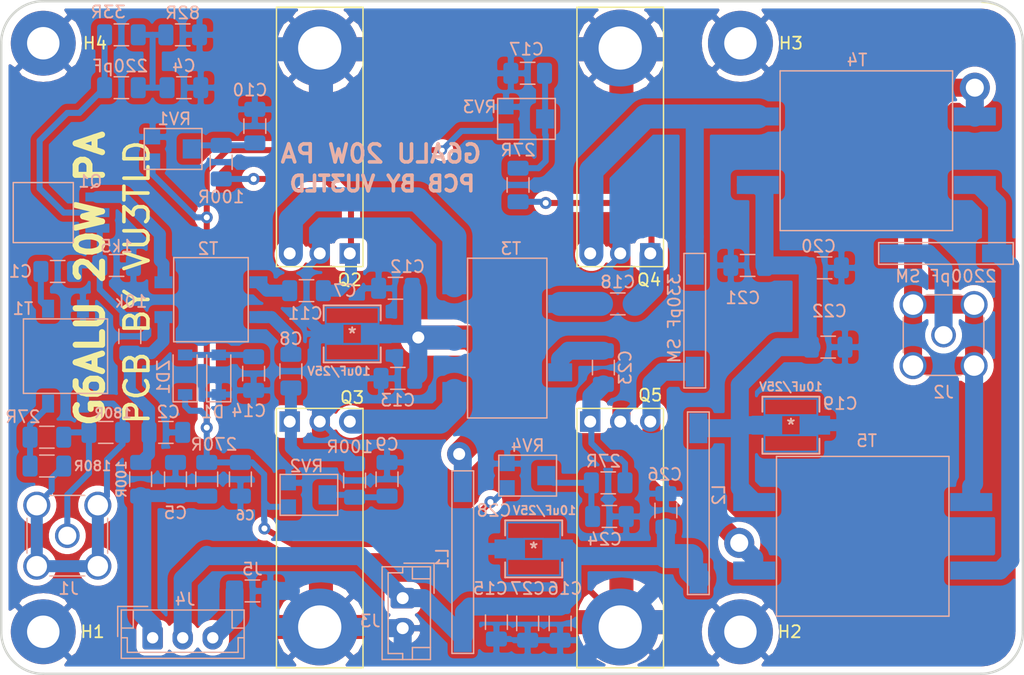
<source format=kicad_pcb>
(kicad_pcb (version 20171130) (host pcbnew "(5.1.2)-1")
  (title_block (title "G6ALU 20W Power Amplifier") (date 2020-03-29) (comment 1 PCB))
  (layers (0 F.Cu signal hide) (31 B.Cu signal) (34 B.Paste user) (35 F.Paste user) (36 B.SilkS user) (37 F.SilkS user) (38 B.Mask user) (39 F.Mask user) (44 Edge.Cuts user))
  (net 0 "")
  (net 1 "Net-(C1-Pad1)")
  (net 2 "Net-(C1-Pad2)")
  (net 3 "Net-(C2-Pad2)")
  (net 4 GND)
  (net 5 "Net-(C3-Pad1)")
  (net 6 "Net-(C3-Pad2)")
  (net 7 /BIAS)
  (net 8 "Net-(C6-Pad2)")
  (net 9 "Net-(C7-Pad1)")
  (net 10 "Net-(C7-Pad2)")
  (net 11 "Net-(C8-Pad2)")
  (net 12 "Net-(C8-Pad1)")
  (net 13 "Net-(C9-Pad2)")
  (net 14 "Net-(C10-Pad2)")
  (net 15 "Net-(C11-Pad1)")
  (net 16 "Net-(C14-Pad2)")
  (net 17 "Net-(C15-Pad2)")
  (net 18 "Net-(C17-Pad2)")
  (net 19 "Net-(C18-Pad1)")
  (net 20 "Net-(C18-Pad2)")
  (net 21 "Net-(C19-Pad1)")
  (net 22 "Net-(C23-Pad1)")
  (net 23 "Net-(C23-Pad2)")
  (net 24 "Net-(C24-Pad2)")
  (net 25 "Net-(C25-Pad2)")
  (net 26 "Net-(C25-Pad1)")
  (net 27 "Net-(C31-Pad1)")
  (net 28 "Net-(C31-Pad2)")
  (net 29 "Net-(J1-Pad1)")
  (net 30 "Net-(J1-Pad2)")
  (net 31 "Net-(J2-Pad2)")
  (net 32 "Net-(Q1-Pad3)")
  (net 33 "Net-(Q2-Pad3)")
  (net 34 "Net-(Q3-Pad3)")
  (net 35 "Net-(R1-Pad1)")
  (net 36 "Net-(J4-Pad3)")
  (module G6ALU_20WPA:R_1206_3216Metric_Pad1.42x1.75mm_HandSolder (layer B.Cu) (at 80.9 109.1 180)
    (fp_text reference J5 (at 0 1.82 180) (layer B.SilkS) (effects (justify mirror)))
    (fp_text value Jumper_Pad)
    (pad 1 smd roundrect (at -1.4875 0 180) (size 1.425 1.75) (layers B.Cu B.Paste B.Mask) (roundrect_rratio 0.175439) (net 4 GND))
    (pad 2 smd roundrect (at 1.4875 0 180) (size 1.425 1.75) (layers B.Cu B.Paste B.Mask) (roundrect_rratio 0.175439) (net 36 "Net-(J4-Pad3)"))
  )
  (module MountingHole:MountingHole_2.7mm_Pad (layer F.Cu) (at 63.5 63.5)
    (fp_text reference H4 (at 4.3 0) (layer F.SilkS))
    (fp_text value MountingHole_Pad)
    (pad 1 thru_hole circle (at 0 0) (size 5.4 5.4) (drill 2.7) (layers *.Cu *.Mask) (net 4 GND))
  )
  (module MountingHole:MountingHole_2.7mm_Pad (layer F.Cu) (at 121.5 63.5)
    (fp_text reference H3 (at 4.2 0) (layer F.SilkS))
    (fp_text value MountingHole_Pad)
    (pad 1 thru_hole circle (at 0 0) (size 5.4 5.4) (drill 2.7) (layers *.Cu *.Mask) (net 4 GND))
  )
  (module MountingHole:MountingHole_2.7mm_Pad (layer F.Cu) (at 121.5 112.5)
    (fp_text reference H2 (at 4.1 0) (layer F.SilkS))
    (fp_text value MountingHole_Pad)
    (pad 1 thru_hole circle (at 0 0) (size 5.4 5.4) (drill 2.7) (layers *.Cu *.Mask) (net 4 GND))
  )
  (module MountingHole:MountingHole_2.7mm_Pad (layer F.Cu) (at 63.5 112.5)
    (fp_text reference H1 (at 4.1 0) (layer F.SilkS))
    (fp_text value MountingHole_Pad)
    (pad 1 thru_hole circle (at 0 0) (size 5.4 5.4) (drill 2.7) (layers *.Cu *.Mask) (net 4 GND))
  )
  (module Connector_JST:JST_EH_B2B-EH-A_1x02_P2.50mm_Vertical (layer B.Cu) (at 93.4 109.7 270)
    (fp_text reference J3 (at 1.9 2.7 180) (layer B.SilkS) (effects (justify mirror)))
    (fp_text value Conn_01x02)
    (pad 2 thru_hole oval (at 2.5 0 270) (size 1.7 2) (drill 1) (layers *.Cu *.Mask) (net 4 GND))
    (pad 1 thru_hole roundrect (at 0 0 270) (size 1.7 2) (drill 1) (layers *.Cu *.Mask) (roundrect_rratio 0.147059) (net 17 "Net-(C15-Pad2)"))
  )
  (module G6ALU_20WPA:SMA_Amphenol_901-144_Vertical (layer B.Cu) (at 65.5 104.5 180)
    (fp_text reference J1 (at -0.1 -4.4) (layer B.SilkS) (effects (justify mirror)))
    (fp_text value SMA)
    (pad 2 thru_hole circle (at -2.54 -2.54 180) (size 2.25 2.25) (drill 1.7) (layers *.Cu *.Mask) (net 30 "Net-(J1-Pad2)"))
    (pad 2 thru_hole circle (at -2.54 2.54 180) (size 2.25 2.25) (drill 1.7) (layers *.Cu *.Mask) (net 30 "Net-(J1-Pad2)"))
    (pad 2 thru_hole circle (at 2.54 2.54 180) (size 2.25 2.25) (drill 1.7) (layers *.Cu *.Mask) (net 30 "Net-(J1-Pad2)"))
    (pad 2 thru_hole circle (at 2.54 -2.54 180) (size 2.25 2.25) (drill 1.7) (layers *.Cu *.Mask) (net 30 "Net-(J1-Pad2)"))
    (pad 1 thru_hole circle (at 0 0 180) (size 2.05 2.05) (drill 1.5) (layers *.Cu *.Mask) (net 29 "Net-(J1-Pad1)"))
  )
  (module Connector_JST:JST_EH_B3B-EH-A_1x03_P2.50mm_Vertical (layer B.Cu) (at 72.6 113)
    (fp_text reference J4 (at 2.7 -3.2) (layer B.SilkS) (effects (justify mirror)))
    (fp_text value Conn_01x03)
    (pad 3 thru_hole oval (at 5 0) (size 1.7 1.95) (drill 0.95) (layers *.Cu *.Mask) (net 36 "Net-(J4-Pad3)"))
    (pad 2 thru_hole oval (at 2.5 0) (size 1.7 1.95) (drill 0.95) (layers *.Cu *.Mask) (net 17 "Net-(C15-Pad2)"))
    (pad 1 thru_hole roundrect (at 0 0) (size 1.7 1.95) (drill 0.95) (layers *.Cu *.Mask) (roundrect_rratio 0.147059) (net 7 /BIAS))
  )
  (module G6ALU_20WPA:EDK106M025A9BAA (layer B.Cu) (at 125.7 95.3)
    (fp_text reference C19 (at 4.1 -1.8) (layer B.SilkS) (effects (justify mirror)))
    (fp_text value 10uF/25V (at 0 -3.2) (layer B.SilkS) (effects (font (size 0.7 0.7)) (justify mirror)))
    (fp_line (start -2.1971 -2.1971) (end -2.1971 -0.8382) (layer B.Cu) (width 0.1524))
    (fp_line (start 2.1971 -2.1971) (end -2.1971 -2.1971) (layer B.Cu) (width 0.1524))
    (fp_line (start 2.1971 -0.8382) (end 2.1971 -2.1971) (layer B.Cu) (width 0.1524))
    (fp_line (start -2.1971 -0.8382) (end 2.1971 -0.8382) (layer B.Cu) (width 0.1524))
    (fp_line (start -2.1971 0.8382) (end -2.1971 2.1971) (layer B.Cu) (width 0.1524))
    (fp_line (start 2.1971 0.8382) (end -2.1971 0.8382) (layer B.Cu) (width 0.1524))
    (fp_line (start 2.1971 2.1971) (end 2.1971 0.8382) (layer B.Cu) (width 0.1524))
    (fp_line (start -2.1971 2.1971) (end 2.1971 2.1971) (layer B.Cu) (width 0.1524))
    (fp_line (start -0.8001 -0.8382) (end -0.8001 0.8382) (layer B.Cu) (width 0.1524))
    (fp_line (start 0.8001 -0.8382) (end -0.8001 -0.8382) (layer B.Cu) (width 0.1524))
    (fp_line (start 0.8001 0.8382) (end 0.8001 -0.8382) (layer B.Cu) (width 0.1524))
    (fp_line (start -0.8001 0.8382) (end 0.8001 0.8382) (layer B.Cu) (width 0.1524))
    (fp_text user * (at 0 0) (layer B.SilkS) (effects (justify mirror)))
    (fp_text user * (at 0 0) (layer B.SilkS) (effects (justify mirror)))
    (pad 2 smd rect (at 2.0574 0) (size 2.413 1.5748) (layers B.Cu B.Paste B.Mask) (net 4 GND))
    (pad 1 smd rect (at -2.0574 0) (size 2.413 1.5748) (layers B.Cu B.Paste B.Mask) (net 21 "Net-(C19-Pad1)"))
  )
  (module G6ALU_20WPA:EDK106M025A9BAA (layer B.Cu) (at 104.3 105.6 180)
    (fp_text reference C28 (at 3.3 3.2) (layer B.SilkS) (effects (justify mirror)))
    (fp_text value 10uF/25V (at -0.9 3.2) (layer B.SilkS) (effects (font (size 0.7 0.7)) (justify mirror)))
    (fp_line (start -2.1971 -2.1971) (end -2.1971 -0.8382) (layer B.Cu) (width 0.1524))
    (fp_line (start 2.1971 -2.1971) (end -2.1971 -2.1971) (layer B.Cu) (width 0.1524))
    (fp_line (start 2.1971 -0.8382) (end 2.1971 -2.1971) (layer B.Cu) (width 0.1524))
    (fp_line (start -2.1971 -0.8382) (end 2.1971 -0.8382) (layer B.Cu) (width 0.1524))
    (fp_line (start -2.1971 0.8382) (end -2.1971 2.1971) (layer B.Cu) (width 0.1524))
    (fp_line (start 2.1971 0.8382) (end -2.1971 0.8382) (layer B.Cu) (width 0.1524))
    (fp_line (start 2.1971 2.1971) (end 2.1971 0.8382) (layer B.Cu) (width 0.1524))
    (fp_line (start -2.1971 2.1971) (end 2.1971 2.1971) (layer B.Cu) (width 0.1524))
    (fp_line (start -0.8001 -0.8382) (end -0.8001 0.8382) (layer B.Cu) (width 0.1524))
    (fp_line (start 0.8001 -0.8382) (end -0.8001 -0.8382) (layer B.Cu) (width 0.1524))
    (fp_line (start 0.8001 0.8382) (end 0.8001 -0.8382) (layer B.Cu) (width 0.1524))
    (fp_line (start -0.8001 0.8382) (end 0.8001 0.8382) (layer B.Cu) (width 0.1524))
    (fp_text user * (at 0 0) (layer B.SilkS) (effects (justify mirror)))
    (fp_text user * (at 0 0) (layer B.SilkS) (effects (justify mirror)))
    (pad 2 smd rect (at 2.0574 0 180) (size 2.413 1.5748) (layers B.Cu B.Paste B.Mask) (net 4 GND))
    (pad 1 smd rect (at -2.0574 0 180) (size 2.413 1.5748) (layers B.Cu B.Paste B.Mask) (net 17 "Net-(C15-Pad2)"))
  )
  (module G6ALU_20WPA:EDK106M025A9BAA (layer B.Cu) (at 89.2 87.7 180)
    (fp_text reference C11 (at 3.9 1.7) (layer B.SilkS) (effects (justify mirror)))
    (fp_text value 10uF/25V (at 1.1 -3.1) (layer B.SilkS) (effects (font (size 0.7 0.7)) (justify mirror)))
    (fp_line (start -2.1971 -2.1971) (end -2.1971 -0.8382) (layer B.Cu) (width 0.1524))
    (fp_line (start 2.1971 -2.1971) (end -2.1971 -2.1971) (layer B.Cu) (width 0.1524))
    (fp_line (start 2.1971 -0.8382) (end 2.1971 -2.1971) (layer B.Cu) (width 0.1524))
    (fp_line (start -2.1971 -0.8382) (end 2.1971 -0.8382) (layer B.Cu) (width 0.1524))
    (fp_line (start -2.1971 0.8382) (end -2.1971 2.1971) (layer B.Cu) (width 0.1524))
    (fp_line (start 2.1971 0.8382) (end -2.1971 0.8382) (layer B.Cu) (width 0.1524))
    (fp_line (start 2.1971 2.1971) (end 2.1971 0.8382) (layer B.Cu) (width 0.1524))
    (fp_line (start -2.1971 2.1971) (end 2.1971 2.1971) (layer B.Cu) (width 0.1524))
    (fp_line (start -0.8001 -0.8382) (end -0.8001 0.8382) (layer B.Cu) (width 0.1524))
    (fp_line (start 0.8001 -0.8382) (end -0.8001 -0.8382) (layer B.Cu) (width 0.1524))
    (fp_line (start 0.8001 0.8382) (end 0.8001 -0.8382) (layer B.Cu) (width 0.1524))
    (fp_line (start -0.8001 0.8382) (end 0.8001 0.8382) (layer B.Cu) (width 0.1524))
    (fp_text user * (at 0 0) (layer B.SilkS) (effects (justify mirror)))
    (fp_text user * (at 0 0) (layer B.SilkS) (effects (justify mirror)))
    (pad 2 smd rect (at 2.0574 0 180) (size 2.413 1.5748) (layers B.Cu B.Paste B.Mask) (net 4 GND))
    (pad 1 smd rect (at -2.0574 0 180) (size 2.413 1.5748) (layers B.Cu B.Paste B.Mask) (net 15 "Net-(C11-Pad1)"))
  )
  (module Diode_SMD:D_SOD-123 (layer B.Cu) (at 75.3 91.1 90)
    (fp_text reference ZD1 (at -0.2 -1.8 270) (layer B.SilkS) (effects (justify mirror)))
    (fp_text value 5V6)
    (pad 2 smd rect (at 1.65 0 90) (size 0.9 1.2) (layers B.Cu B.Paste B.Mask) (net 16 "Net-(C14-Pad2)"))
    (pad 1 smd rect (at -1.65 0 90) (size 0.9 1.2) (layers B.Cu B.Paste B.Mask) (net 8 "Net-(C6-Pad2)"))
  )
  (module G6ALU_20WPA:SMA_Amphenol_901-144_Vertical (layer B.Cu) (at 138.4 87.8)
    (fp_text reference J2 (at 0 4.75) (layer B.SilkS) (effects (justify mirror)))
    (fp_text value SMA)
    (pad 2 thru_hole circle (at -2.54 -2.54) (size 2.25 2.25) (drill 1.7) (layers *.Cu *.Mask) (net 31 "Net-(J2-Pad2)"))
    (pad 2 thru_hole circle (at -2.54 2.54) (size 2.25 2.25) (drill 1.7) (layers *.Cu *.Mask) (net 31 "Net-(J2-Pad2)"))
    (pad 2 thru_hole circle (at 2.54 2.54) (size 2.25 2.25) (drill 1.7) (layers *.Cu *.Mask) (net 31 "Net-(J2-Pad2)"))
    (pad 2 thru_hole circle (at 2.54 -2.54) (size 2.25 2.25) (drill 1.7) (layers *.Cu *.Mask) (net 31 "Net-(J2-Pad2)"))
    (pad 1 thru_hole circle (at 0 0) (size 2.05 2.05) (drill 1.5) (layers *.Cu *.Mask) (net 28 "Net-(C31-Pad2)"))
  )
  (module Resistor_SMD:R_1206_3216Metric (layer B.Cu) (at 89.4 99.9 270)
    (fp_text reference R10 hide)
    (fp_text value 100R (at -2.8 0.4 180) (layer B.SilkS) (effects (justify mirror)))
    (pad 2 smd roundrect (at 1.4 0 270) (size 1.25 1.75) (layers B.Cu B.Paste B.Mask) (roundrect_rratio 0.2) (net 13 "Net-(C9-Pad2)"))
    (pad 1 smd roundrect (at -1.4 0 270) (size 1.25 1.75) (layers B.Cu B.Paste B.Mask) (roundrect_rratio 0.2) (net 12 "Net-(C8-Pad1)"))
  )
  (module Capacitor_SMD:C_1206_3216Metric (layer B.Cu) (at 64.7 82.5 180)
    (fp_text reference C1 (at 3.1 0) (layer B.SilkS) (effects (justify mirror)))
    (fp_text value 100nF)
    (pad 2 smd roundrect (at 1.4 0 180) (size 1.25 1.75) (layers B.Cu B.Paste B.Mask) (roundrect_rratio 0.2) (net 2 "Net-(C1-Pad2)"))
    (pad 1 smd roundrect (at -1.4 0 180) (size 1.25 1.75) (layers B.Cu B.Paste B.Mask) (roundrect_rratio 0.2) (net 1 "Net-(C1-Pad1)"))
  )
  (module Capacitor_SMD:C_1206_3216Metric (layer B.Cu) (at 73.7 95.9 180)
    (fp_text reference C2 (at -0.2 1.7) (layer B.SilkS) (effects (justify mirror)))
    (fp_text value 100nF)
    (pad 2 smd roundrect (at 1.4 0 180) (size 1.25 1.75) (layers B.Cu B.Paste B.Mask) (roundrect_rratio 0.2) (net 3 "Net-(C2-Pad2)"))
    (pad 1 smd roundrect (at -1.4 0 180) (size 1.25 1.75) (layers B.Cu B.Paste B.Mask) (roundrect_rratio 0.2) (net 4 GND))
  )
  (module Capacitor_SMD:C_1206_3216Metric (layer B.Cu) (at 70 67.2 180)
    (fp_text reference C3)
    (fp_text value 220pF (at 0.1 1.8) (layer B.SilkS) (effects (justify mirror)))
    (pad 2 smd roundrect (at 1.4 0 180) (size 1.25 1.75) (layers B.Cu B.Paste B.Mask) (roundrect_rratio 0.2) (net 6 "Net-(C3-Pad2)"))
    (pad 1 smd roundrect (at -1.4 0 180) (size 1.25 1.75) (layers B.Cu B.Paste B.Mask) (roundrect_rratio 0.2) (net 5 "Net-(C3-Pad1)"))
  )
  (module Capacitor_SMD:C_1206_3216Metric (layer B.Cu) (at 75.2 67.2 180)
    (fp_text reference C4 (at 0 1.82) (layer B.SilkS) (effects (justify mirror)))
    (fp_text value 100nF)
    (pad 2 smd roundrect (at 1.4 0 180) (size 1.25 1.75) (layers B.Cu B.Paste B.Mask) (roundrect_rratio 0.2) (net 5 "Net-(C3-Pad1)"))
    (pad 1 smd roundrect (at -1.4 0 180) (size 1.25 1.75) (layers B.Cu B.Paste B.Mask) (roundrect_rratio 0.2) (net 4 GND))
  )
  (module Capacitor_SMD:C_1206_3216Metric (layer B.Cu) (at 74.5 99.8 270)
    (fp_text reference C5 (at 2.8 0 180) (layer B.SilkS) (effects (justify mirror)))
    (fp_text value 100nF)
    (pad 2 smd roundrect (at 1.4 0 270) (size 1.25 1.75) (layers B.Cu B.Paste B.Mask) (roundrect_rratio 0.2) (net 7 /BIAS))
    (pad 1 smd roundrect (at -1.4 0 270) (size 1.25 1.75) (layers B.Cu B.Paste B.Mask) (roundrect_rratio 0.2) (net 4 GND))
  )
  (module Capacitor_SMD:C_1206_3216Metric (layer B.Cu) (at 79.9 99.8 90)
    (fp_text reference C6 (at -3 0.4 180) (layer B.SilkS) (effects (font (size 0.8 0.8)) (justify mirror)))
    (fp_text value 100nF)
    (pad 2 smd roundrect (at 1.4 0 90) (size 1.25 1.75) (layers B.Cu B.Paste B.Mask) (roundrect_rratio 0.2) (net 8 "Net-(C6-Pad2)"))
    (pad 1 smd roundrect (at -1.4 0 90) (size 1.25 1.75) (layers B.Cu B.Paste B.Mask) (roundrect_rratio 0.2) (net 4 GND))
  )
  (module Capacitor_SMD:C_1206_3216Metric (layer B.Cu) (at 85.4 84.1 180)
    (fp_text reference C7 (at -3.2 0) (layer B.SilkS) (effects (justify mirror)))
    (fp_text value 100nF)
    (pad 2 smd roundrect (at 1.4 0 180) (size 1.25 1.75) (layers B.Cu B.Paste B.Mask) (roundrect_rratio 0.2) (net 10 "Net-(C7-Pad2)"))
    (pad 1 smd roundrect (at -1.4 0 180) (size 1.25 1.75) (layers B.Cu B.Paste B.Mask) (roundrect_rratio 0.2) (net 9 "Net-(C7-Pad1)"))
  )
  (module Capacitor_SMD:C_1206_3216Metric (layer B.Cu) (at 84.1 90.8 90)
    (fp_text reference C8 (at 2.7 0 180) (layer B.SilkS) (effects (justify mirror)))
    (fp_text value 100nF)
    (pad 2 smd roundrect (at 1.4 0 90) (size 1.25 1.75) (layers B.Cu B.Paste B.Mask) (roundrect_rratio 0.2) (net 11 "Net-(C8-Pad2)"))
    (pad 1 smd roundrect (at -1.4 0 90) (size 1.25 1.75) (layers B.Cu B.Paste B.Mask) (roundrect_rratio 0.2) (net 12 "Net-(C8-Pad1)"))
  )
  (module Capacitor_SMD:C_1206_3216Metric (layer B.Cu) (at 92.1 99.8 270)
    (fp_text reference C9 (at -2.9 0 180) (layer B.SilkS) (effects (justify mirror)))
    (fp_text value 100nF)
    (pad 2 smd roundrect (at 1.4 0 270) (size 1.25 1.75) (layers B.Cu B.Paste B.Mask) (roundrect_rratio 0.2) (net 13 "Net-(C9-Pad2)"))
    (pad 1 smd roundrect (at -1.4 0 270) (size 1.25 1.75) (layers B.Cu B.Paste B.Mask) (roundrect_rratio 0.2) (net 4 GND))
  )
  (module Capacitor_SMD:C_1206_3216Metric (layer B.Cu) (at 81.1 70.4 270)
    (fp_text reference C10 (at -3 0.4 180) (layer B.SilkS) (effects (justify mirror)))
    (fp_text value 100nF)
    (pad 2 smd roundrect (at 1.4 0 270) (size 1.25 1.75) (layers B.Cu B.Paste B.Mask) (roundrect_rratio 0.2) (net 14 "Net-(C10-Pad2)"))
    (pad 1 smd roundrect (at -1.4 0 270) (size 1.25 1.75) (layers B.Cu B.Paste B.Mask) (roundrect_rratio 0.2) (net 4 GND))
  )
  (module Capacitor_SMD:C_1206_3216Metric (layer B.Cu) (at 92.8 83.9)
    (fp_text reference C12 (at 1 -1.8) (layer B.SilkS) (effects (justify mirror)))
    (fp_text value 100nF)
    (pad 2 smd roundrect (at 1.4 0) (size 1.25 1.75) (layers B.Cu B.Paste B.Mask) (roundrect_rratio 0.2) (net 15 "Net-(C11-Pad1)"))
    (pad 1 smd roundrect (at -1.4 0) (size 1.25 1.75) (layers B.Cu B.Paste B.Mask) (roundrect_rratio 0.2) (net 4 GND))
  )
  (module Capacitor_SMD:C_1206_3216Metric (layer B.Cu) (at 93 91.4)
    (fp_text reference C13 (at 0 1.82) (layer B.SilkS) (effects (justify mirror)))
    (fp_text value 100nF)
    (pad 2 smd roundrect (at 1.4 0) (size 1.25 1.75) (layers B.Cu B.Paste B.Mask) (roundrect_rratio 0.2) (net 15 "Net-(C11-Pad1)"))
    (pad 1 smd roundrect (at -1.4 0) (size 1.25 1.75) (layers B.Cu B.Paste B.Mask) (roundrect_rratio 0.2) (net 4 GND))
  )
  (module Capacitor_SMD:C_1206_3216Metric (layer B.Cu) (at 81 91 90)
    (fp_text reference C14 (at -3.1 -0.4 180) (layer B.SilkS) (effects (justify mirror)))
    (fp_text value 100nF)
    (pad 2 smd roundrect (at 1.4 0 90) (size 1.25 1.75) (layers B.Cu B.Paste B.Mask) (roundrect_rratio 0.2) (net 16 "Net-(C14-Pad2)"))
    (pad 1 smd roundrect (at -1.4 0 90) (size 1.25 1.75) (layers B.Cu B.Paste B.Mask) (roundrect_rratio 0.2) (net 4 GND))
  )
  (module Capacitor_SMD:C_1206_3216Metric (layer B.Cu) (at 101.2 111.7 90)
    (fp_text reference C15 (at 2.8 -0.5) (layer B.SilkS) (effects (justify mirror)))
    (fp_text value 100nF)
    (pad 2 smd roundrect (at 1.4 0 90) (size 1.25 1.75) (layers B.Cu B.Paste B.Mask) (roundrect_rratio 0.2) (net 17 "Net-(C15-Pad2)"))
    (pad 1 smd roundrect (at -1.4 0 90) (size 1.25 1.75) (layers B.Cu B.Paste B.Mask) (roundrect_rratio 0.2) (net 4 GND))
  )
  (module Capacitor_SMD:C_1206_3216Metric (layer B.Cu) (at 106.5 111.8 90)
    (fp_text reference C16 (at 2.9 0.4 180) (layer B.SilkS) (effects (justify mirror)))
    (fp_text value 100nF)
    (pad 2 smd roundrect (at 1.4 0 90) (size 1.25 1.75) (layers B.Cu B.Paste B.Mask) (roundrect_rratio 0.2) (net 17 "Net-(C15-Pad2)"))
    (pad 1 smd roundrect (at -1.4 0 90) (size 1.25 1.75) (layers B.Cu B.Paste B.Mask) (roundrect_rratio 0.2) (net 4 GND))
  )
  (module Capacitor_SMD:C_1206_3216Metric (layer B.Cu) (at 103.8 66)
    (fp_text reference C17 (at -0.1 -2) (layer B.SilkS) (effects (justify mirror)))
    (fp_text value 100nF)
    (pad 2 smd roundrect (at 1.4 0) (size 1.25 1.75) (layers B.Cu B.Paste B.Mask) (roundrect_rratio 0.2) (net 18 "Net-(C17-Pad2)"))
    (pad 1 smd roundrect (at -1.4 0) (size 1.25 1.75) (layers B.Cu B.Paste B.Mask) (roundrect_rratio 0.2) (net 4 GND))
  )
  (module Capacitor_SMD:C_1206_3216Metric (layer B.Cu) (at 111.3 85.2 180)
    (fp_text reference C18 (at 0 1.82) (layer B.SilkS) (effects (justify mirror)))
    (fp_text value 100nF)
    (pad 2 smd roundrect (at 1.4 0 180) (size 1.25 1.75) (layers B.Cu B.Paste B.Mask) (roundrect_rratio 0.2) (net 20 "Net-(C18-Pad2)"))
    (pad 1 smd roundrect (at -1.4 0 180) (size 1.25 1.75) (layers B.Cu B.Paste B.Mask) (roundrect_rratio 0.2) (net 19 "Net-(C18-Pad1)"))
  )
  (module Capacitor_SMD:C_1206_3216Metric (layer B.Cu) (at 128.5 82.2)
    (fp_text reference C20 (at -0.5 -1.8) (layer B.SilkS) (effects (justify mirror)))
    (fp_text value 100nF)
    (pad 2 smd roundrect (at 1.4 0) (size 1.25 1.75) (layers B.Cu B.Paste B.Mask) (roundrect_rratio 0.2) (net 4 GND))
    (pad 1 smd roundrect (at -1.4 0) (size 1.25 1.75) (layers B.Cu B.Paste B.Mask) (roundrect_rratio 0.2) (net 21 "Net-(C19-Pad1)"))
  )
  (module Capacitor_SMD:C_1206_3216Metric (layer B.Cu) (at 122.1 82 180)
    (fp_text reference C21 (at 0.4 -2.7) (layer B.SilkS) (effects (justify mirror)))
    (fp_text value 100nF)
    (pad 2 smd roundrect (at 1.4 0 180) (size 1.25 1.75) (layers B.Cu B.Paste B.Mask) (roundrect_rratio 0.2) (net 4 GND))
    (pad 1 smd roundrect (at -1.4 0 180) (size 1.25 1.75) (layers B.Cu B.Paste B.Mask) (roundrect_rratio 0.2) (net 21 "Net-(C19-Pad1)"))
  )
  (module Capacitor_SMD:C_1206_3216Metric (layer B.Cu) (at 128.8 88.8)
    (fp_text reference C22 (at 0.1 -3) (layer B.SilkS) (effects (justify mirror)))
    (fp_text value 100nF)
    (pad 2 smd roundrect (at 1.4 0) (size 1.25 1.75) (layers B.Cu B.Paste B.Mask) (roundrect_rratio 0.2) (net 4 GND))
    (pad 1 smd roundrect (at -1.4 0) (size 1.25 1.75) (layers B.Cu B.Paste B.Mask) (roundrect_rratio 0.2) (net 21 "Net-(C19-Pad1)"))
  )
  (module Capacitor_SMD:C_1206_3216Metric (layer B.Cu) (at 110.1 90.5 90)
    (fp_text reference C23 (at 0 1.82 90) (layer B.SilkS) (effects (justify mirror)))
    (fp_text value 100nF)
    (pad 2 smd roundrect (at 1.4 0 90) (size 1.25 1.75) (layers B.Cu B.Paste B.Mask) (roundrect_rratio 0.2) (net 23 "Net-(C23-Pad2)"))
    (pad 1 smd roundrect (at -1.4 0 90) (size 1.25 1.75) (layers B.Cu B.Paste B.Mask) (roundrect_rratio 0.2) (net 22 "Net-(C23-Pad1)"))
  )
  (module Capacitor_SMD:C_1206_3216Metric (layer B.Cu) (at 110.6 102.9 180)
    (fp_text reference C24 (at 0.4 -1.9) (layer B.SilkS) (effects (justify mirror)))
    (fp_text value 100nF)
    (pad 2 smd roundrect (at 1.4 0 180) (size 1.25 1.75) (layers B.Cu B.Paste B.Mask) (roundrect_rratio 0.2) (net 24 "Net-(C24-Pad2)"))
    (pad 1 smd roundrect (at -1.4 0 180) (size 1.25 1.75) (layers B.Cu B.Paste B.Mask) (roundrect_rratio 0.2) (net 4 GND))
  )
  (module G6ALU_20WPA:C_SM (layer B.Cu) (at 117.7 86.6 270)
    (fp_text reference C25)
    (fp_text value "330pF SM" (at -0.2 1.7 90) (layer B.SilkS) (effects (justify mirror)))
    (pad 2 smd rect (at 4.25 0 270) (size 2.5 1.5) (layers B.Cu B.Paste B.Mask) (net 25 "Net-(C25-Pad2)"))
    (pad 1 smd rect (at -4.25 0 270) (size 2.5 1.5) (layers B.Cu B.Paste B.Mask) (net 26 "Net-(C25-Pad1)"))
  )
  (module Capacitor_SMD:C_1206_3216Metric (layer B.Cu) (at 115.3 102.4 270)
    (fp_text reference C26 (at -3 0.1 180) (layer B.SilkS) (effects (justify mirror)))
    (fp_text value 100nF)
    (pad 2 smd roundrect (at 1.4 0 270) (size 1.25 1.75) (layers B.Cu B.Paste B.Mask) (roundrect_rratio 0.2) (net 17 "Net-(C15-Pad2)"))
    (pad 1 smd roundrect (at -1.4 0 270) (size 1.25 1.75) (layers B.Cu B.Paste B.Mask) (roundrect_rratio 0.2) (net 4 GND))
  )
  (module Capacitor_SMD:C_1206_3216Metric (layer B.Cu) (at 103.8 111.8 90)
    (fp_text reference C27 (at 2.9 0) (layer B.SilkS) (effects (justify mirror)))
    (fp_text value 100nF)
    (pad 2 smd roundrect (at 1.4 0 90) (size 1.25 1.75) (layers B.Cu B.Paste B.Mask) (roundrect_rratio 0.2) (net 17 "Net-(C15-Pad2)"))
    (pad 1 smd roundrect (at -1.4 0 90) (size 1.25 1.75) (layers B.Cu B.Paste B.Mask) (roundrect_rratio 0.2) (net 4 GND))
  )
  (module G6ALU_20WPA:C_SM (layer B.Cu) (at 138.6 81 180)
    (fp_text reference C31 hide)
    (fp_text value "2200pF SM" (at 0 -1.9) (layer B.SilkS) (effects (justify mirror)))
    (pad 2 smd rect (at 4.25 0 180) (size 2.5 1.5) (layers B.Cu B.Paste B.Mask) (net 28 "Net-(C31-Pad2)"))
    (pad 1 smd rect (at -4.25 0 180) (size 2.5 1.5) (layers B.Cu B.Paste B.Mask) (net 27 "Net-(C31-Pad1)"))
  )
  (module Diode_SMD:D_SOD-123 (layer B.Cu) (at 78.1 91.1 90)
    (fp_text reference D1 (at -3.1 -0.5 180) (layer B.SilkS) (effects (justify mirror)))
    (fp_text value 1N4148W)
    (pad 2 smd rect (at 1.65 0 90) (size 0.9 1.2) (layers B.Cu B.Paste B.Mask) (net 16 "Net-(C14-Pad2)"))
    (pad 1 smd rect (at -1.65 0 90) (size 0.9 1.2) (layers B.Cu B.Paste B.Mask) (net 4 GND))
  )
  (module G6ALU_20WPA:FB_SMD (layer B.Cu) (at 98.4 106.7 90)
    (fp_text reference L1 (at 0.3 -1.7 90) (layer B.SilkS) (effects (justify mirror)))
    (fp_text value L_Core_Ferrite)
    (pad 2 smd rect (at 6.25 0 90) (size 2.5 1.5) (layers B.Cu B.Paste B.Mask) (net 15 "Net-(C11-Pad1)"))
    (pad 1 smd rect (at -6.25 0 90) (size 2.5 1.5) (layers B.Cu B.Paste B.Mask) (net 17 "Net-(C15-Pad2)"))
  )
  (module G6ALU_20WPA:FB_SMD (layer B.Cu) (at 118 101.8 90)
    (fp_text reference L2 (at 0.7 1.7 90) (layer B.SilkS) (effects (justify mirror)))
    (fp_text value L_Core_Ferrite)
    (pad 2 smd rect (at 6.25 0 90) (size 2.5 1.5) (layers B.Cu B.Paste B.Mask) (net 21 "Net-(C19-Pad1)"))
    (pad 1 smd rect (at -6.25 0 90) (size 2.5 1.5) (layers B.Cu B.Paste B.Mask) (net 17 "Net-(C15-Pad2)"))
  )
  (module G6ALU_20WPA:TO-92_SMD (layer B.Cu) (at 65 77.6 180)
    (fp_text reference Q1 (at -2.4 2.6) (layer B.SilkS) (effects (justify mirror)))
    (fp_text value MPSH10 hide)
    (pad 3 smd rect (at -3 1.3 180) (size 2 0.75) (layers B.Cu B.Paste B.Mask) (net 32 "Net-(Q1-Pad3)"))
    (pad 2 smd rect (at -3 0 180) (size 2 0.75) (layers B.Cu B.Paste B.Mask) (net 6 "Net-(C3-Pad2)"))
    (pad 1 smd rect (at -3 -1.3 180) (size 2 0.75) (layers B.Cu B.Paste B.Mask) (net 1 "Net-(C1-Pad1)"))
  )
  (module G6ALU_20WPA:TO-220_HRZ (layer F.Cu) (at 86.5 81 90)
    (fp_text reference Q2 (at -2.2 2.5 180) (layer F.SilkS))
    (fp_text value RD06HHF1)
    (pad 2 thru_hole circle (at 17.1 0 90) (size 6.4 6.4) (drill 3.6) (layers *.Cu *.Mask) (net 4 GND))
    (pad 1 thru_hole rect (at 0 2.5 90) (size 1.7 1.7) (drill 1) (layers *.Cu *.Mask) (net 9 "Net-(C7-Pad1)"))
    (pad 2 thru_hole circle (at 0 0 90) (size 1.7 1.7) (drill 1) (layers *.Cu *.Mask) (net 4 GND))
    (pad 3 thru_hole circle (at 0 -2.5 90) (size 1.7 1.7) (drill 1) (layers *.Cu *.Mask) (net 33 "Net-(Q2-Pad3)"))
  )
  (module G6ALU_20WPA:TO-220_HRZ (layer F.Cu) (at 86.5 95 270)
    (fp_text reference Q3 (at -2 -2.7 180) (layer F.SilkS))
    (fp_text value RD06HHF1)
    (pad 2 thru_hole circle (at 17.1 0 270) (size 6.4 6.4) (drill 3.6) (layers *.Cu *.Mask) (net 4 GND))
    (pad 1 thru_hole rect (at 0 2.5 270) (size 1.7 1.7) (drill 1) (layers *.Cu *.Mask) (net 12 "Net-(C8-Pad1)"))
    (pad 2 thru_hole circle (at 0 0 270) (size 1.7 1.7) (drill 1) (layers *.Cu *.Mask) (net 4 GND))
    (pad 3 thru_hole circle (at 0 -2.5 270) (size 1.7 1.7) (drill 1) (layers *.Cu *.Mask) (net 34 "Net-(Q3-Pad3)"))
  )
  (module G6ALU_20WPA:TO-220_HRZ (layer F.Cu) (at 111.5 81 90)
    (fp_text reference Q4 (at -2.2 2.4 180) (layer F.SilkS))
    (fp_text value RD16HHF1)
    (pad 2 thru_hole circle (at 17.1 0 90) (size 6.4 6.4) (drill 3.6) (layers *.Cu *.Mask) (net 4 GND))
    (pad 1 thru_hole rect (at 0 2.5 90) (size 1.7 1.7) (drill 1) (layers *.Cu *.Mask) (net 19 "Net-(C18-Pad1)"))
    (pad 2 thru_hole circle (at 0 0 90) (size 1.7 1.7) (drill 1) (layers *.Cu *.Mask) (net 4 GND))
    (pad 3 thru_hole circle (at 0 -2.5 90) (size 1.7 1.7) (drill 1) (layers *.Cu *.Mask) (net 26 "Net-(C25-Pad1)"))
  )
  (module G6ALU_20WPA:TO-220_HRZ (layer F.Cu) (at 111.5 95 270)
    (fp_text reference Q5 (at -2.2 -2.5 180) (layer F.SilkS))
    (fp_text value RD16HHF1)
    (pad 2 thru_hole circle (at 17.1 0 270) (size 6.4 6.4) (drill 3.6) (layers *.Cu *.Mask) (net 4 GND))
    (pad 1 thru_hole rect (at 0 2.5 270) (size 1.7 1.7) (drill 1) (layers *.Cu *.Mask) (net 22 "Net-(C23-Pad1)"))
    (pad 2 thru_hole circle (at 0 0 270) (size 1.7 1.7) (drill 1) (layers *.Cu *.Mask) (net 4 GND))
    (pad 3 thru_hole circle (at 0 -2.5 270) (size 1.7 1.7) (drill 1) (layers *.Cu *.Mask) (net 25 "Net-(C25-Pad2)"))
  )
  (module Resistor_SMD:R_1206_3216Metric (layer B.Cu) (at 63.8 96.3)
    (fp_text reference R1)
    (fp_text value 27R (at -2 -1.7) (layer B.SilkS) (effects (justify mirror)))
    (pad 2 smd roundrect (at 1.4 0) (size 1.25 1.75) (layers B.Cu B.Paste B.Mask) (roundrect_rratio 0.2) (net 29 "Net-(J1-Pad1)"))
    (pad 1 smd roundrect (at -1.4 0) (size 1.25 1.75) (layers B.Cu B.Paste B.Mask) (roundrect_rratio 0.2) (net 35 "Net-(R1-Pad1)"))
  )
  (module Resistor_SMD:R_1206_3216Metric (layer B.Cu) (at 68.7 95.9)
    (fp_text reference R2)
    (fp_text value 180R (at 0.6 -1.6) (layer B.SilkS) (effects (font (size 0.8 0.8)) (justify mirror)))
    (pad 2 smd roundrect (at 1.4 0) (size 1.25 1.75) (layers B.Cu B.Paste B.Mask) (roundrect_rratio 0.2) (net 30 "Net-(J1-Pad2)"))
    (pad 1 smd roundrect (at -1.4 0) (size 1.25 1.75) (layers B.Cu B.Paste B.Mask) (roundrect_rratio 0.2) (net 29 "Net-(J1-Pad1)"))
  )
  (module Resistor_SMD:R_1206_3216Metric (layer B.Cu) (at 63.8 98.7)
    (fp_text reference R3)
    (fp_text value 180R (at 3.8 0) (layer B.SilkS) (effects (font (size 0.8 0.8)) (justify mirror)))
    (pad 2 smd roundrect (at 1.4 0) (size 1.25 1.75) (layers B.Cu B.Paste B.Mask) (roundrect_rratio 0.2) (net 30 "Net-(J1-Pad2)"))
    (pad 1 smd roundrect (at -1.4 0) (size 1.25 1.75) (layers B.Cu B.Paste B.Mask) (roundrect_rratio 0.2) (net 35 "Net-(R1-Pad1)"))
  )
  (module Resistor_SMD:R_1206_3216Metric (layer B.Cu) (at 70.7 87.9 90)
    (fp_text reference R4)
    (fp_text value 10k (at 2.9 0.1 180) (layer B.SilkS) (effects (justify mirror)))
    (pad 2 smd roundrect (at 1.4 0 90) (size 1.25 1.75) (layers B.Cu B.Paste B.Mask) (roundrect_rratio 0.2) (net 1 "Net-(C1-Pad1)"))
    (pad 1 smd roundrect (at -1.4 0 90) (size 1.25 1.75) (layers B.Cu B.Paste B.Mask) (roundrect_rratio 0.2) (net 3 "Net-(C2-Pad2)"))
  )
  (module Resistor_SMD:R_1206_3216Metric (layer B.Cu) (at 71.6 99.8 270)
    (fp_text reference R5)
    (fp_text value 100R (at 0 1.6 270) (layer B.SilkS) (effects (font (size 0.8 0.8)) (justify mirror)))
    (pad 2 smd roundrect (at 1.4 0 270) (size 1.25 1.75) (layers B.Cu B.Paste B.Mask) (roundrect_rratio 0.2) (net 7 /BIAS))
    (pad 1 smd roundrect (at -1.4 0 270) (size 1.25 1.75) (layers B.Cu B.Paste B.Mask) (roundrect_rratio 0.2) (net 3 "Net-(C2-Pad2)"))
  )
  (module Resistor_SMD:R_1206_3216Metric (layer B.Cu) (at 69.6 82)
    (fp_text reference R6 hide)
    (fp_text value 1k5 (at 0 -1.6) (layer B.SilkS) (effects (justify mirror)))
    (pad 2 smd roundrect (at 1.4 0) (size 1.25 1.75) (layers B.Cu B.Paste B.Mask) (roundrect_rratio 0.2) (net 4 GND))
    (pad 1 smd roundrect (at -1.4 0) (size 1.25 1.75) (layers B.Cu B.Paste B.Mask) (roundrect_rratio 0.2) (net 1 "Net-(C1-Pad1)"))
  )
  (module Resistor_SMD:R_1206_3216Metric (layer B.Cu) (at 77.1 99.8 90)
    (fp_text reference R7 hide)
    (fp_text value 270R (at 2.9 0.6 180) (layer B.SilkS) (effects (justify mirror)))
    (pad 2 smd roundrect (at 1.4 0 90) (size 1.25 1.75) (layers B.Cu B.Paste B.Mask) (roundrect_rratio 0.2) (net 8 "Net-(C6-Pad2)"))
    (pad 1 smd roundrect (at -1.4 0 90) (size 1.25 1.75) (layers B.Cu B.Paste B.Mask) (roundrect_rratio 0.2) (net 7 /BIAS))
  )
  (module Resistor_SMD:R_1206_3216Metric (layer B.Cu) (at 70 62.8)
    (fp_text reference R8)
    (fp_text value 33R (at -1.1 -1.9) (layer B.SilkS) (effects (justify mirror)))
    (pad 2 smd roundrect (at 1.4 0) (size 1.25 1.75) (layers B.Cu B.Paste B.Mask) (roundrect_rratio 0.2) (net 5 "Net-(C3-Pad1)"))
    (pad 1 smd roundrect (at -1.4 0) (size 1.25 1.75) (layers B.Cu B.Paste B.Mask) (roundrect_rratio 0.2) (net 6 "Net-(C3-Pad2)"))
  )
  (module Resistor_SMD:R_1206_3216Metric (layer B.Cu) (at 75.1 62.8)
    (fp_text reference R9)
    (fp_text value 82R (at 0 -1.82) (layer B.SilkS) (effects (justify mirror)))
    (pad 2 smd roundrect (at 1.4 0) (size 1.25 1.75) (layers B.Cu B.Paste B.Mask) (roundrect_rratio 0.2) (net 4 GND))
    (pad 1 smd roundrect (at -1.4 0) (size 1.25 1.75) (layers B.Cu B.Paste B.Mask) (roundrect_rratio 0.2) (net 5 "Net-(C3-Pad1)"))
  )
  (module Resistor_SMD:R_1206_3216Metric (layer B.Cu) (at 78.3 73.4 90)
    (fp_text reference R11 hide)
    (fp_text value 100R (at -2.9 0 180) (layer B.SilkS) (effects (justify mirror)))
    (pad 2 smd roundrect (at 1.4 0 90) (size 1.25 1.75) (layers B.Cu B.Paste B.Mask) (roundrect_rratio 0.2) (net 14 "Net-(C10-Pad2)"))
    (pad 1 smd roundrect (at -1.4 0 90) (size 1.25 1.75) (layers B.Cu B.Paste B.Mask) (roundrect_rratio 0.2) (net 9 "Net-(C7-Pad1)"))
  )
  (module Resistor_SMD:R_1206_3216Metric (layer B.Cu) (at 103 75.3 90)
    (fp_text reference R12 hide)
    (fp_text value 27R (at 2.9 0 180) (layer B.SilkS) (effects (justify mirror)))
    (pad 2 smd roundrect (at 1.4 0 90) (size 1.25 1.75) (layers B.Cu B.Paste B.Mask) (roundrect_rratio 0.2) (net 18 "Net-(C17-Pad2)"))
    (pad 1 smd roundrect (at -1.4 0 90) (size 1.25 1.75) (layers B.Cu B.Paste B.Mask) (roundrect_rratio 0.2) (net 19 "Net-(C18-Pad1)"))
  )
  (module Resistor_SMD:R_1206_3216Metric (layer B.Cu) (at 110.5 100.1 180)
    (fp_text reference R13 hide)
    (fp_text value 27R (at 0.4 1.8) (layer B.SilkS) (effects (justify mirror)))
    (pad 2 smd roundrect (at 1.4 0 180) (size 1.25 1.75) (layers B.Cu B.Paste B.Mask) (roundrect_rratio 0.2) (net 24 "Net-(C24-Pad2)"))
    (pad 1 smd roundrect (at -1.4 0 180) (size 1.25 1.75) (layers B.Cu B.Paste B.Mask) (roundrect_rratio 0.2) (net 22 "Net-(C23-Pad1)"))
  )
  (module G6ALU_20WPA:POT (layer B.Cu) (at 72.6 72.3 90)
    (fp_text reference RV1 (at 2.5 1.8 180) (layer B.SilkS) (effects (justify mirror)))
    (fp_text value 2k2)
    (pad 3 smd rect (at 1 0 90) (size 1.25 1.25) (layers B.Cu B.Paste B.Mask) (net 4 GND))
    (pad 2 smd rect (at 0 3.25 90) (size 1.6 1.5) (layers B.Cu B.Paste B.Mask) (net 14 "Net-(C10-Pad2)"))
    (pad 1 smd rect (at -1 0 90) (size 1.25 1.25) (layers B.Cu B.Paste B.Mask) (net 8 "Net-(C6-Pad2)"))
  )
  (module G6ALU_20WPA:POT (layer B.Cu) (at 83.9 101.1 90)
    (fp_text reference RV2 (at 2.4 1.5 180) (layer B.SilkS) (effects (justify mirror)))
    (fp_text value 2k2)
    (pad 3 smd rect (at 1 0 90) (size 1.25 1.25) (layers B.Cu B.Paste B.Mask) (net 4 GND))
    (pad 2 smd rect (at 0 3.25 90) (size 1.6 1.5) (layers B.Cu B.Paste B.Mask) (net 13 "Net-(C9-Pad2)"))
    (pad 1 smd rect (at -1 0 90) (size 1.25 1.25) (layers B.Cu B.Paste B.Mask) (net 8 "Net-(C6-Pad2)"))
  )
  (module G6ALU_20WPA:POT (layer B.Cu) (at 102 69.8 90)
    (fp_text reference RV3 (at 1 -2.2 180) (layer B.SilkS) (effects (justify mirror)))
    (fp_text value 2k2)
    (pad 3 smd rect (at 1 0 90) (size 1.25 1.25) (layers B.Cu B.Paste B.Mask) (net 4 GND))
    (pad 2 smd rect (at 0 3.25 90) (size 1.6 1.5) (layers B.Cu B.Paste B.Mask) (net 18 "Net-(C17-Pad2)"))
    (pad 1 smd rect (at -1 0 90) (size 1.25 1.25) (layers B.Cu B.Paste B.Mask) (net 8 "Net-(C6-Pad2)"))
  )
  (module G6ALU_20WPA:POT (layer B.Cu) (at 102.1 99.5 90)
    (fp_text reference RV4 (at 2.5 1.7 180) (layer B.SilkS) (effects (justify mirror)))
    (fp_text value 2k2)
    (pad 3 smd rect (at 1 0 90) (size 1.25 1.25) (layers B.Cu B.Paste B.Mask) (net 4 GND))
    (pad 2 smd rect (at 0 3.25 90) (size 1.6 1.5) (layers B.Cu B.Paste B.Mask) (net 24 "Net-(C24-Pad2)"))
    (pad 1 smd rect (at -1 0 90) (size 1.25 1.25) (layers B.Cu B.Paste B.Mask) (net 8 "Net-(C6-Pad2)"))
  )
  (module G6ALU_20WPA:BN43-2402 (layer B.Cu) (at 65.3 89.8 180)
    (fp_text reference T1 (at 3.5 4.2) (layer B.SilkS) (effects (justify mirror)))
    (fp_text value BN43-2402)
    (pad 4 smd rect (at -1.5 4.2 180) (size 1 1.5) (layers B.Cu B.Paste B.Mask) (net 4 GND))
    (pad 3 smd rect (at 1.4 4.2 180) (size 1 1.5) (layers B.Cu B.Paste B.Mask) (net 2 "Net-(C1-Pad2)"))
    (pad 2 smd rect (at 1.4 -3.7 180) (size 1 1.5) (layers B.Cu B.Paste B.Mask) (net 35 "Net-(R1-Pad1)"))
    (pad 1 smd rect (at -1.5 -3.7 180) (size 1 1.5) (layers B.Cu B.Paste B.Mask) (net 30 "Net-(J1-Pad2)"))
  )
  (module G6ALU_20WPA:BN43-2402 (layer B.Cu) (at 77.2 84.8 90)
    (fp_text reference T2 (at 4.2 0 180) (layer B.SilkS) (effects (justify mirror)))
    (fp_text value BN43-2402)
    (pad 4 smd rect (at -1.5 4.2 90) (size 1 1.5) (layers B.Cu B.Paste B.Mask) (net 11 "Net-(C8-Pad2)"))
    (pad 3 smd rect (at 1.4 4.2 90) (size 1 1.5) (layers B.Cu B.Paste B.Mask) (net 10 "Net-(C7-Pad2)"))
    (pad 2 smd rect (at 1.4 -3.7 90) (size 1 1.5) (layers B.Cu B.Paste B.Mask) (net 32 "Net-(Q1-Pad3)"))
    (pad 1 smd rect (at -1.5 -3.7 90) (size 1 1.5) (layers B.Cu B.Paste B.Mask) (net 3 "Net-(C2-Pad2)"))
  )
  (module G6ALU_20WPA:BN43-1502 (layer B.Cu) (at 102.4 88.1 270)
    (fp_text reference T3 (at -7.5 0 180) (layer B.SilkS) (effects (justify mirror)))
    (fp_text value BN43-1502)
    (pad 5 smd rect (at 2.8 -4.1 270) (size 1.5 2) (layers B.Cu B.Paste B.Mask) (net 23 "Net-(C23-Pad2)"))
    (pad 4 smd rect (at -2.9 -4.1 270) (size 1.5 2) (layers B.Cu B.Paste B.Mask) (net 20 "Net-(C18-Pad2)"))
    (pad 3 smd rect (at -4.45 4.7 270) (size 1.5 2) (layers B.Cu B.Paste B.Mask) (net 33 "Net-(Q2-Pad3)"))
    (pad 2 smd rect (at 0 4.7 270) (size 1.5 2) (layers B.Cu B.Paste B.Mask) (net 15 "Net-(C11-Pad1)"))
    (pad 1 smd rect (at 4.35 4.7 270) (size 1.5 2) (layers B.Cu B.Paste B.Mask) (net 34 "Net-(Q3-Pad3)"))
  )
  (module G6ALU_20WPA:BN43-202 (layer B.Cu) (at 132.3 72.4 90)
    (fp_text reference T4 (at 7.5 -1.1 180) (layer B.SilkS) (effects (justify mirror)))
    (fp_text value BN43-202)
    (pad 4 smd rect (at -2.9 8.7 90) (size 1.5 3.5) (layers B.Cu B.Paste B.Mask) (net 27 "Net-(C31-Pad1)"))
    (pad 3 smd rect (at 2.8 8.7 90) (size 1.5 3.5) (layers B.Cu B.Paste B.Mask) (net 31 "Net-(J2-Pad2)"))
    (pad 2 smd rect (at 2.8 -9.35 90) (size 1.5 3.5) (layers B.Cu B.Paste B.Mask) (net 26 "Net-(C25-Pad1)"))
    (pad 1 smd rect (at -2.9 -9.35 90) (size 1.5 3.5) (layers B.Cu B.Paste B.Mask) (net 21 "Net-(C19-Pad1)"))
  )
  (module G6ALU_20WPA:BN43-202 (layer B.Cu) (at 132 104.5 90)
    (fp_text reference T5 (at 7.9 0 180) (layer B.SilkS) (effects (justify mirror)))
    (fp_text value BN43-202)
    (pad 4 smd rect (at -2.9 8.7 90) (size 1.5 3.5) (layers B.Cu B.Paste B.Mask) (net 27 "Net-(C31-Pad1)"))
    (pad 3 smd rect (at 2.8 8.7 90) (size 1.5 3.5) (layers B.Cu B.Paste B.Mask) (net 31 "Net-(J2-Pad2)"))
    (pad 2 smd rect (at 2.8 -9.35 90) (size 1.5 3.5) (layers B.Cu B.Paste B.Mask) (net 21 "Net-(C19-Pad1)"))
    (pad 1 smd rect (at -2.9 -9.35 90) (size 1.5 3.5) (layers B.Cu B.Paste B.Mask) (net 25 "Net-(C25-Pad2)"))
  )
  (gr_text "PCB BY VU3TLD" (at 91.7 75.2) (layer B.SilkS) (effects (font (size 1.3 1.3) (thickness 0.3)) (justify mirror)))
  (gr_text "PCB BY VU3TLD" (at 71.3 83.4 90) (layer F.SilkS) (effects (font (size 2 2) (thickness 0.3))))
  (gr_arc (start 141.5 63.5) (end 145 63.5) (angle -90) (layer Edge.Cuts) (width 0.2))
  (gr_arc (start 141.6 63.5) (end 145 63.5) (angle -90) (layer F.SilkS) (width 0.12))
  (gr_text "G6ALU 20W PA\n" (at 91.6 72.7) (layer B.SilkS) (effects (font (size 1.5 1.5) (thickness 0.3)) (justify mirror)))
  (gr_text "G6ALU 20W PA\n" (at 67.4 83.1 90) (layer F.SilkS) (effects (font (size 2.2 2.2) (thickness 0.5))))
  (gr_arc (start 63.5 63.5) (end 63.5 60) (angle -90) (layer Edge.Cuts) (width 0.2))
  (gr_line (start 141.5 60) (end 63.5 60) (layer Edge.Cuts) (width 0.2))
  (gr_line (start 145 112.5) (end 145 63.5) (layer Edge.Cuts) (width 0.2))
  (gr_arc (start 141.5 112.5) (end 141.5 116) (angle -90) (layer Edge.Cuts) (width 0.2))
  (gr_line (start 63.5 116) (end 141.5 116) (layer Edge.Cuts) (width 0.2))
  (gr_arc (start 63.5 112.5) (end 60 112.5) (angle -90) (layer Edge.Cuts) (width 0.2))
  (gr_line (start 60 63.5) (end 60 112.5) (layer Edge.Cuts) (width 0.2))
  (segment (start 68.2 84) (end 70.7 86.5) (width 0.5) (layer B.Cu) (net 1))
  (segment (start 68.2 82) (end 68.2 84) (width 0.5) (layer B.Cu) (net 1))
  (segment (start 68.2 79.1) (end 68 78.9) (width 0.5) (layer B.Cu) (net 1))
  (segment (start 68.2 82) (end 68.2 79.1) (width 0.5) (layer B.Cu) (net 1))
  (segment (start 66.6 82) (end 66.1 82.5) (width 0.5) (layer B.Cu) (net 1))
  (segment (start 68.2 82) (end 66.6 82) (width 0.5) (layer B.Cu) (net 1))
  (segment (start 63.3 85) (end 63.9 85.6) (width 0.5) (layer B.Cu) (net 2))
  (segment (start 63.3 82.5) (end 63.3 85) (width 0.5) (layer B.Cu) (net 2))
  (segment (start 73.5 86.3) (end 73.5 88.3) (width 1) (layer B.Cu) (net 3))
  (segment (start 72.5 89.3) (end 70.7 89.3) (width 1) (layer B.Cu) (net 3))
  (segment (start 73.5 88.3) (end 72.5 89.3) (width 1) (layer B.Cu) (net 3))
  (segment (start 72.3 97.7) (end 71.6 98.4) (width 1) (layer B.Cu) (net 3))
  (segment (start 72.3 95.9) (end 72.3 97.7) (width 1) (layer B.Cu) (net 3))
  (segment (start 70.7 92.4) (end 70.7 89.3) (width 1) (layer B.Cu) (net 3))
  (segment (start 72.3 95.9) (end 72.3 94) (width 1) (layer B.Cu) (net 3))
  (segment (start 72.3 94) (end 70.7 92.4) (width 1) (layer B.Cu) (net 3))
  (segment (start 86.6 64) (end 111.6 64) (width 2) (layer F.Cu) (net 4))
  (segment (start 86.6 64) (end 86.6 68.525483) (width 2) (layer F.Cu) (net 4))
  (segment (start 111.6 64) (end 111.6 68.525483) (width 2) (layer F.Cu) (net 4))
  (segment (start 111.6 64) (end 116.125483 64) (width 2) (layer F.Cu) (net 4))
  (segment (start 111.6 107.174517) (end 111.6 111.7) (width 2) (layer F.Cu) (net 4))
  (segment (start 111.6 111.7) (end 106.7 111.7) (width 2) (layer F.Cu) (net 4))
  (segment (start 116.125483 111.7) (end 116.225483 111.6) (width 2) (layer F.Cu) (net 4))
  (segment (start 111.6 111.7) (end 116.125483 111.7) (width 2) (layer F.Cu) (net 4))
  (segment (start 91.125483 112.1) (end 86.6 112.1) (width 2) (layer F.Cu) (net 4))
  (segment (start 86.6 112.1) (end 86.6 107.574517) (width 2) (layer F.Cu) (net 4))
  (segment (start 86.6 112.1) (end 82.5 112.1) (width 2) (layer F.Cu) (net 4))
  (segment (start 111.6 111.7) (end 116 111.7) (width 2) (layer B.Cu) (net 4))
  (segment (start 116.125483 64) (end 111.6 64) (width 2) (layer B.Cu) (net 4))
  (segment (start 111.6 64) (end 107.7 64) (width 2) (layer B.Cu) (net 4))
  (segment (start 91.1 64) (end 86.6 64) (width 2) (layer B.Cu) (net 4))
  (segment (start 81.9 64) (end 86.6 64) (width 2) (layer B.Cu) (net 4))
  (segment (start 111.6 81.1) (end 111.6 94.6) (width 1.5) (layer F.Cu) (net 4))
  (segment (start 86.6 95) (end 86.6 81.1) (width 1.5) (layer F.Cu) (net 4))
  (segment (start 86.6 64) (end 86.6 68.525483) (width 2) (layer B.Cu) (net 4))
  (segment (start 86.6 81.1) (end 86.6 79.685787) (width 1.5) (layer B.Cu) (net 4))
  (segment (start 86.6 95) (end 86.6 93.4) (width 1.5) (layer B.Cu) (net 4))
  (segment (start 111.6 94.6) (end 111.6 96.014213) (width 1.5) (layer B.Cu) (net 4))
  (segment (start 111.6 81.1) (end 111.6 79.685787) (width 1.5) (layer B.Cu) (net 4))
  (segment (start 86.6 95) (end 86.6 96.202081) (width 1.5) (layer F.Cu) (net 4))
  (segment (start 86.6 81.1) (end 86.6 79.897919) (width 1.5) (layer F.Cu) (net 4))
  (segment (start 111.6 81.1) (end 111.6 79.897919) (width 1.5) (layer F.Cu) (net 4))
  (segment (start 111.6 94.6) (end 111.6 95.802081) (width 1.5) (layer F.Cu) (net 4))
  (segment (start 111.6 111.7) (end 111.5 111.7) (width 1.5) (layer B.Cu) (net 4))
  (segment (start 111.5 111.7) (end 108.9 114.3) (width 1.5) (layer B.Cu) (net 4))
  (segment (start 111.6 111.7) (end 111.6 111.6) (width 1.5) (layer B.Cu) (net 4))
  (segment (start 111.6 111.6) (end 114.4 108.8) (width 1.5) (layer B.Cu) (net 4))
  (segment (start 86.6 112.1) (end 90.9 112.1) (width 1.5) (layer B.Cu) (net 4))
  (segment (start 90.9 112.1) (end 82.1 112.1) (width 1.5) (layer B.Cu) (net 4))
  (segment (start 93.4 112.2) (end 93.4 114.2) (width 1.5) (layer B.Cu) (net 4))
  (segment (start 93.4 112.2) (end 91.7 112.2) (width 1.5) (layer B.Cu) (net 4))
  (segment (start 84.1 109.1) (end 82.3875 109.1) (width 1.5) (layer B.Cu) (net 4))
  (segment (start 82.3875 111.8125) (end 82.1 112.1) (width 1.5) (layer B.Cu) (net 4))
  (segment (start 82.3875 109.1) (end 82.3875 111.8125) (width 1.5) (layer B.Cu) (net 4))
  (segment (start 102.2426 105.6) (end 100.0361 105.6) (width 1) (layer B.Cu) (net 4))
  (segment (start 127.7574 95.3) (end 129.9639 95.3) (width 1) (layer B.Cu) (net 4))
  (segment (start 86.743374 87.7) (end 85.543374 86.5) (width 1) (layer B.Cu) (net 4))
  (segment (start 87.1426 87.7) (end 86.743374 87.7) (width 1) (layer B.Cu) (net 4))
  (segment (start 86.743374 87.7) (end 86.2 88.243374) (width 1) (layer B.Cu) (net 4))
  (segment (start 86.743374 87.7) (end 86.1 88.343374) (width 1) (layer B.Cu) (net 4))
  (segment (start 86.1 88.343374) (end 86.1 90.8) (width 1) (layer B.Cu) (net 4))
  (segment (start 72.6 62.8) (end 72.6 67.2) (width 0.5) (layer B.Cu) (net 5))
  (segment (start 72.6 67.2) (end 73.8 67.2) (width 0.5) (layer B.Cu) (net 5))
  (segment (start 71.4 67.2) (end 72.6 67.2) (width 0.5) (layer B.Cu) (net 5))
  (segment (start 72.6 62.8) (end 73.7 62.8) (width 0.5) (layer B.Cu) (net 5))
  (segment (start 71.4 62.8) (end 72.6 62.8) (width 0.5) (layer B.Cu) (net 5))
  (segment (start 68.6 66.5) (end 68.6 67.475) (width 0.5) (layer B.Cu) (net 6))
  (segment (start 68.6 62.8) (end 68.6 67.2) (width 0.5) (layer B.Cu) (net 6))
  (segment (start 68 77.6) (end 65.2 77.6) (width 0.5) (layer B.Cu) (net 6))
  (segment (start 65.2 77.6) (end 63.2 75.6) (width 0.5) (layer B.Cu) (net 6))
  (segment (start 63.2 75.6) (end 63.2 71.6) (width 0.5) (layer B.Cu) (net 6))
  (segment (start 63.2 71.6) (end 65.5 69.3) (width 0.5) (layer B.Cu) (net 6))
  (segment (start 66.5 69.3) (end 68.6 67.2) (width 0.5) (layer B.Cu) (net 6))
  (segment (start 65.5 69.3) (end 66.5 69.3) (width 0.5) (layer B.Cu) (net 6))
  (segment (start 71.6 101.2) (end 77.1 101.2) (width 1) (layer B.Cu) (net 7))
  (segment (start 71.74 101.34) (end 71.6 101.2) (width 1.5) (layer B.Cu) (net 7))
  (segment (start 71.74 111.065) (end 71.74 101.34) (width 1.5) (layer B.Cu) (net 7))
  (segment (start 72.6 111.925) (end 71.74 111.065) (width 1.5) (layer B.Cu) (net 7))
  (segment (start 72.6 113) (end 72.6 111.925) (width 1.5) (layer B.Cu) (net 7))
  (via (at 100.7 101.7) (size 1) (drill 0.5) (layers F.Cu B.Cu) (net 8))
  (via (at 81.9 103.9) (size 1) (drill 0.5) (layers F.Cu B.Cu) (net 8))
  (via (at 77.1 95.5) (size 1) (drill 0.5) (layers F.Cu B.Cu) (net 8))
  (segment (start 77.1 98.4) (end 79.9 98.4) (width 0.5) (layer B.Cu) (net 8))
  (segment (start 77.1 95.5) (end 77.1 98.4) (width 0.5) (layer B.Cu) (net 8))
  (segment (start 82.275 102.1) (end 83.9 102.1) (width 0.5) (layer B.Cu) (net 8))
  (segment (start 81.875 101.7) (end 82.275 102.1) (width 0.5) (layer B.Cu) (net 8))
  (segment (start 81.875 99.4) (end 81.875 101.7) (width 0.5) (layer B.Cu) (net 8))
  (segment (start 80.875 98.4) (end 81.875 99.4) (width 0.5) (layer B.Cu) (net 8))
  (segment (start 79.9 98.4) (end 80.875 98.4) (width 0.5) (layer B.Cu) (net 8))
  (segment (start 81.875 103.167894) (end 81.875 101.7) (width 0.5) (layer B.Cu) (net 8))
  (segment (start 81.9 103.192894) (end 81.875 103.167894) (width 0.5) (layer B.Cu) (net 8))
  (segment (start 81.9 103.9) (end 81.9 103.192894) (width 0.5) (layer B.Cu) (net 8))
  (segment (start 97.2 105.2) (end 100.7 101.7) (width 0.5) (layer F.Cu) (net 8))
  (segment (start 81.9 103.9) (end 84.2 105.2) (width 0.5) (layer F.Cu) (net 8))
  (segment (start 84.2 105.2) (end 97.2 105.2) (width 0.5) (layer F.Cu) (net 8))
  (segment (start 100.9 101.7) (end 102.1 100.5) (width 0.5) (layer B.Cu) (net 8))
  (segment (start 100.7 101.7) (end 100.9 101.7) (width 0.5) (layer B.Cu) (net 8))
  (via (at 96.7 72.4) (size 0.8) (drill 0.4) (layers F.Cu B.Cu) (net 8))
  (segment (start 98.3 70.8) (end 96.7 72.4) (width 0.5) (layer B.Cu) (net 8))
  (segment (start 102 70.8) (end 98.3 70.8) (width 0.5) (layer B.Cu) (net 8))
  (via (at 77.1 78) (size 1) (drill 0.5) (layers F.Cu B.Cu) (net 8))
  (segment (start 77.1 78) (end 77.1 95.5) (width 0.5) (layer F.Cu) (net 8))
  (segment (start 78.8 72.4) (end 96.7 72.4) (width 0.5) (layer F.Cu) (net 8))
  (segment (start 77.1 78) (end 77.1 74.1) (width 0.5) (layer F.Cu) (net 8))
  (segment (start 77.1 74.1) (end 78.8 72.4) (width 0.5) (layer F.Cu) (net 8))
  (segment (start 76.392894 78) (end 77.1 78) (width 0.5) (layer B.Cu) (net 8))
  (segment (start 76.175 78) (end 76.392894 78) (width 0.5) (layer B.Cu) (net 8))
  (segment (start 72.6 74.425) (end 76.175 78) (width 0.5) (layer B.Cu) (net 8))
  (segment (start 72.6 73.3) (end 72.6 74.425) (width 0.5) (layer B.Cu) (net 8))
  (segment (start 75.3 93.7) (end 75.7 94.1) (width 0.5) (layer B.Cu) (net 8))
  (segment (start 75.3 92.75) (end 75.3 93.7) (width 0.5) (layer B.Cu) (net 8))
  (segment (start 75.7 94.1) (end 76.6 94.1) (width 0.5) (layer B.Cu) (net 8))
  (segment (start 76.6 94.1) (end 77.1 94.6) (width 0.5) (layer B.Cu) (net 8))
  (segment (start 77.1 94.6) (end 77.1 95.5) (width 0.5) (layer B.Cu) (net 8))
  (via (at 81 74.8) (size 1) (drill 0.5) (layers F.Cu B.Cu) (net 9))
  (segment (start 89.1 83.1) (end 89.1 81.1) (width 1) (layer B.Cu) (net 9))
  (segment (start 86.8 84.1) (end 88.1 84.1) (width 1) (layer B.Cu) (net 9))
  (segment (start 88.1 84.1) (end 89.1 83.1) (width 1) (layer B.Cu) (net 9))
  (segment (start 78.3 74.8) (end 81 74.8) (width 0.5) (layer B.Cu) (net 9))
  (segment (start 89.1 77) (end 89.1 81.1) (width 0.5) (layer F.Cu) (net 9))
  (segment (start 81 74.8) (end 86.9 74.8) (width 0.5) (layer F.Cu) (net 9))
  (segment (start 86.9 74.8) (end 89.1 77) (width 0.5) (layer F.Cu) (net 9))
  (segment (start 82.1 84.1) (end 81.4 83.4) (width 1) (layer B.Cu) (net 10))
  (segment (start 84 84.1) (end 82.1 84.1) (width 1) (layer B.Cu) (net 10))
  (segment (start 81.4 86.3) (end 82.5 86.3) (width 1) (layer B.Cu) (net 11))
  (segment (start 84.1 87.9) (end 84.1 89.4) (width 1) (layer B.Cu) (net 11))
  (segment (start 82.5 86.3) (end 84.1 87.9) (width 1) (layer B.Cu) (net 11))
  (segment (start 84.1 92.2) (end 84.1 95) (width 1) (layer B.Cu) (net 12))
  (segment (start 88.70429 97.80429) (end 84.70429 97.80429) (width 1) (layer B.Cu) (net 12))
  (segment (start 89.4 98.5) (end 88.70429 97.80429) (width 1) (layer B.Cu) (net 12))
  (segment (start 84.70429 97.80429) (end 84.1 97.2) (width 1) (layer B.Cu) (net 12))
  (segment (start 84.1 97.2) (end 84.1 95) (width 1) (layer B.Cu) (net 12))
  (segment (start 89.2 101.1) (end 89.4 101.3) (width 0.5) (layer B.Cu) (net 13))
  (segment (start 87.15 101.1) (end 89.2 101.1) (width 0.5) (layer B.Cu) (net 13))
  (segment (start 92 101.3) (end 92.1 101.2) (width 0.5) (layer B.Cu) (net 13))
  (segment (start 89.4 101.3) (end 92 101.3) (width 0.5) (layer B.Cu) (net 13))
  (segment (start 76.15 72) (end 75.85 72.3) (width 0.5) (layer B.Cu) (net 14))
  (segment (start 78.3 72) (end 76.15 72) (width 0.5) (layer B.Cu) (net 14))
  (segment (start 80.9 72) (end 81.1 71.8) (width 0.5) (layer B.Cu) (net 14))
  (segment (start 78.3 72) (end 80.9 72) (width 0.5) (layer B.Cu) (net 14))
  (via (at 98.1 97.7) (size 2) (drill 1) (layers F.Cu B.Cu) (net 15))
  (via (at 94.7 88) (size 2) (drill 1) (layers F.Cu B.Cu) (net 15))
  (segment (start 99 88) (end 94.7 88) (width 2) (layer F.Cu) (net 15))
  (segment (start 101.3 90.3) (end 99 88) (width 2) (layer F.Cu) (net 15))
  (segment (start 98.1 97.7) (end 101.3 94.5) (width 2) (layer F.Cu) (net 15))
  (segment (start 101.3 94.5) (end 101.3 90.3) (width 2) (layer F.Cu) (net 15))
  (segment (start 97.6 88) (end 97.7 88.1) (width 2) (layer B.Cu) (net 15))
  (segment (start 94.7 88) (end 97.6 88) (width 2) (layer B.Cu) (net 15))
  (segment (start 94.7 87.7) (end 91.75 87.7) (width 1.5) (layer B.Cu) (net 15))
  (segment (start 94.7 88) (end 94.7 91.1) (width 1.5) (layer B.Cu) (net 15))
  (segment (start 94.2 87.5) (end 94.7 88) (width 1.5) (layer B.Cu) (net 15))
  (segment (start 94.2 83.9) (end 94.2 87.5) (width 1.5) (layer B.Cu) (net 15))
  (segment (start 98.4 98) (end 98.1 97.7) (width 1.5) (layer B.Cu) (net 15))
  (segment (start 98.4 100.45) (end 98.4 98) (width 1.5) (layer B.Cu) (net 15))
  (segment (start 80.85 89.45) (end 81 89.6) (width 0.5) (layer B.Cu) (net 16))
  (segment (start 75.1 89.45) (end 80.85 89.45) (width 0.5) (layer B.Cu) (net 16))
  (segment (start 117.4 107.45) (end 118 108.05) (width 2) (layer B.Cu) (net 17))
  (segment (start 117.4 106.2) (end 117.4 107.45) (width 2) (layer B.Cu) (net 17))
  (segment (start 115.3 104.525) (end 115.3 106.2) (width 1.5) (layer B.Cu) (net 17))
  (segment (start 115.3 103.8) (end 115.3 104.525) (width 1.5) (layer B.Cu) (net 17))
  (segment (start 117.4 106.2) (end 115.3 106.2) (width 2) (layer B.Cu) (net 17))
  (segment (start 89.9 106.2) (end 93.4 109.7) (width 1.5) (layer B.Cu) (net 17))
  (segment (start 77.2 106.2) (end 89.9 106.2) (width 1.5) (layer B.Cu) (net 17))
  (segment (start 77.1 106.1) (end 77.2 106.2) (width 1.5) (layer B.Cu) (net 17))
  (segment (start 75.1 113) (end 75.1 108.1) (width 1.5) (layer B.Cu) (net 17))
  (segment (start 75.1 108.1) (end 77.1 106.1) (width 1.5) (layer B.Cu) (net 17))
  (segment (start 95.15 109.7) (end 93.4 109.7) (width 1.5) (layer B.Cu) (net 17))
  (segment (start 98.4 112.95) (end 95.15 109.7) (width 1.5) (layer B.Cu) (net 17))
  (segment (start 106.5 110.4) (end 99 110.4) (width 1.5) (layer B.Cu) (net 17))
  (segment (start 99 110.4) (end 98.5 110.9) (width 1.5) (layer B.Cu) (net 17))
  (segment (start 98.5 112.85) (end 98.4 112.95) (width 1.5) (layer B.Cu) (net 17))
  (segment (start 98.5 110.9) (end 98.5 112.85) (width 1.5) (layer B.Cu) (net 17))
  (segment (start 107.52331 106.01313) (end 107.11018 105.6) (width 1.5) (layer B.Cu) (net 17))
  (segment (start 106.5 110.4) (end 107.52331 109.37669) (width 1.5) (layer B.Cu) (net 17))
  (segment (start 107.52331 109.37669) (end 107.52331 106.01313) (width 1.5) (layer B.Cu) (net 17))
  (segment (start 115.3 106.2) (end 107.52331 106.2) (width 1.5) (layer B.Cu) (net 17))
  (segment (start 105.25 66.05) (end 105.2 66) (width 0.5) (layer B.Cu) (net 18))
  (segment (start 105.25 69.8) (end 105.25 66.05) (width 0.5) (layer B.Cu) (net 18))
  (segment (start 105.25 71.1) (end 105.3 71.15) (width 0.5) (layer B.Cu) (net 18))
  (segment (start 105.25 69.8) (end 105.25 71.1) (width 0.5) (layer B.Cu) (net 18))
  (segment (start 105.3 71.15) (end 105.3 73.3) (width 0.5) (layer B.Cu) (net 18))
  (segment (start 104.7 73.9) (end 103 73.9) (width 0.5) (layer B.Cu) (net 18))
  (segment (start 105.3 73.3) (end 104.7 73.9) (width 0.5) (layer B.Cu) (net 18))
  (via (at 105.3 76.8) (size 1) (drill 0.5) (layers F.Cu B.Cu) (net 19))
  (segment (start 114.1 83.8) (end 112.7 85.2) (width 2) (layer B.Cu) (net 19))
  (segment (start 114.1 81.1) (end 114.1 83.8) (width 2) (layer B.Cu) (net 19))
  (segment (start 105.2 76.7) (end 105.3 76.8) (width 0.5) (layer B.Cu) (net 19))
  (segment (start 103 76.7) (end 105.2 76.7) (width 0.5) (layer B.Cu) (net 19))
  (segment (start 105.3 76.8) (end 112.7 76.8) (width 0.5) (layer F.Cu) (net 19))
  (segment (start 114.1 78.2) (end 114.1 81.1) (width 0.5) (layer F.Cu) (net 19))
  (segment (start 112.7 76.8) (end 114.1 78.2) (width 0.5) (layer F.Cu) (net 19))
  (segment (start 106.5 85.2) (end 109.9 85.2) (width 2) (layer B.Cu) (net 20))
  (segment (start 122.95 75.3) (end 121.95 75.3) (width 1.5) (layer B.Cu) (net 21))
  (segment (start 127.1 88.5) (end 127.4 88.8) (width 1.5) (layer B.Cu) (net 21))
  (segment (start 127.1 82.2) (end 127.1 88.5) (width 1.5) (layer B.Cu) (net 21))
  (segment (start 126.9 82) (end 127.1 82.2) (width 1.5) (layer B.Cu) (net 21))
  (segment (start 123.5 82) (end 126.9 82) (width 1.5) (layer B.Cu) (net 21))
  (segment (start 123.5 75.85) (end 122.95 75.3) (width 1.5) (layer B.Cu) (net 21))
  (segment (start 123.5 82) (end 123.5 75.85) (width 1.5) (layer B.Cu) (net 21))
  (segment (start 121.2 95.55) (end 121.45 95.3) (width 1.5) (layer B.Cu) (net 21))
  (segment (start 118 95.55) (end 121.2 95.55) (width 1.5) (layer B.Cu) (net 21))
  (segment (start 121.45 100.5) (end 122.65 101.7) (width 1.5) (layer B.Cu) (net 21))
  (segment (start 121.45 95.3) (end 121.45 100.5) (width 1.5) (layer B.Cu) (net 21))
  (segment (start 121.45 95.3) (end 121.45 91.95) (width 1.5) (layer B.Cu) (net 21))
  (segment (start 127.4 88.8) (end 124.6 88.8) (width 1.5) (layer B.Cu) (net 21))
  (segment (start 124.6 88.8) (end 121.45 91.95) (width 1.5) (layer B.Cu) (net 21))
  (segment (start 121.45 95.3) (end 122.78982 95.3) (width 1.5) (layer B.Cu) (net 21))
  (segment (start 109.1 94.6) (end 109.1 96.8) (width 0.5) (layer B.Cu) (net 22))
  (segment (start 109.1 96.8) (end 110.4 98.1) (width 0.5) (layer B.Cu) (net 22))
  (segment (start 110.4 98.1) (end 111.5 98.1) (width 0.5) (layer B.Cu) (net 22))
  (segment (start 111.5 98.1) (end 111.9 98.5) (width 0.5) (layer B.Cu) (net 22))
  (segment (start 111.9 98.5) (end 111.9 100.1) (width 0.5) (layer B.Cu) (net 22))
  (segment (start 109.1 92.9) (end 110.1 91.9) (width 1.5) (layer B.Cu) (net 22))
  (segment (start 109.1 94.6) (end 109.1 92.9) (width 1.5) (layer B.Cu) (net 22))
  (segment (start 106.5 89.8) (end 106.5 90.9) (width 1.5) (layer B.Cu) (net 23))
  (segment (start 110.1 89.1) (end 107.2 89.1) (width 1.5) (layer B.Cu) (net 23))
  (segment (start 107.2 89.1) (end 106.5 89.8) (width 1.5) (layer B.Cu) (net 23))
  (segment (start 105.95 100.1) (end 105.35 99.5) (width 0.5) (layer B.Cu) (net 24))
  (segment (start 109.1 100.1) (end 105.95 100.1) (width 0.5) (layer B.Cu) (net 24))
  (segment (start 109.1 102.7) (end 109.4 103) (width 0.5) (layer B.Cu) (net 24))
  (segment (start 109.1 100.1) (end 109.1 102.7) (width 0.5) (layer B.Cu) (net 24))
  (segment (start 115.05 90.85) (end 117.7 90.85) (width 1.5) (layer B.Cu) (net 25))
  (segment (start 114.1 94.6) (end 114.1 91.8) (width 1.5) (layer B.Cu) (net 25))
  (segment (start 114.1 91.8) (end 115.05 90.85) (width 1.5) (layer B.Cu) (net 25))
  (via (at 121.4 105.1) (size 2.5) (drill 1.5) (layers F.Cu B.Cu) (net 25))
  (segment (start 114.1 97.8) (end 121.4 105.1) (width 1.5) (layer F.Cu) (net 25))
  (segment (start 114.1 94.6) (end 114.1 97.8) (width 1.5) (layer F.Cu) (net 25))
  (segment (start 122.65 106.35) (end 121.4 105.1) (width 1.5) (layer B.Cu) (net 25))
  (segment (start 122.65 107.4) (end 122.65 106.35) (width 1.5) (layer B.Cu) (net 25))
  (segment (start 109.1 74.1) (end 109.1 81.1) (width 2) (layer B.Cu) (net 26))
  (segment (start 113.6 69.6) (end 109.1 74.1) (width 2) (layer B.Cu) (net 26))
  (segment (start 117.7 79.6) (end 117.7 69.6) (width 1.5) (layer B.Cu) (net 26))
  (segment (start 117.7 82.35) (end 117.7 79.6) (width 1.5) (layer B.Cu) (net 26))
  (segment (start 122.95 69.6) (end 117.7 69.6) (width 2) (layer B.Cu) (net 26))
  (segment (start 117.7 69.6) (end 113.6 69.6) (width 2) (layer B.Cu) (net 26))
  (segment (start 142.85 76.85) (end 142.85 81) (width 1.5) (layer B.Cu) (net 27))
  (segment (start 141 75.3) (end 141.3 75.3) (width 1.5) (layer B.Cu) (net 27))
  (segment (start 141.3 75.3) (end 142.85 76.85) (width 1.5) (layer B.Cu) (net 27))
  (segment (start 142.9 81) (end 142.85 81) (width 1.5) (layer B.Cu) (net 27))
  (segment (start 143.94999 82.04999) (end 142.9 81) (width 1.5) (layer B.Cu) (net 27))
  (segment (start 143.94999 106.55001) (end 143.94999 82.04999) (width 1.5) (layer B.Cu) (net 27))
  (segment (start 140.7 107.4) (end 143.1 107.4) (width 1.5) (layer B.Cu) (net 27))
  (segment (start 143.1 107.4) (end 143.94999 106.55001) (width 1.5) (layer B.Cu) (net 27))
  (segment (start 134.35 81) (end 134.9 81) (width 1.5) (layer B.Cu) (net 28))
  (segment (start 137.1 81) (end 134.35 81) (width 1.5) (layer B.Cu) (net 28))
  (segment (start 138.4 82.3) (end 137.1 81) (width 1.5) (layer B.Cu) (net 28))
  (segment (start 138.4 87.8) (end 138.4 82.3) (width 1.5) (layer B.Cu) (net 28))
  (segment (start 65.5 104.5) (end 65.5 101.1) (width 0.5) (layer B.Cu) (net 29))
  (segment (start 65.5 101.1) (end 67.3 99.3) (width 0.5) (layer B.Cu) (net 29))
  (segment (start 67.3 99.3) (end 67.3 95.9) (width 0.5) (layer B.Cu) (net 29))
  (segment (start 65.6 95.9) (end 65.2 96.3) (width 0.5) (layer B.Cu) (net 29))
  (segment (start 67.3 95.9) (end 65.6 95.9) (width 0.5) (layer B.Cu) (net 29))
  (segment (start 62.96 101.96) (end 62.96 107.04) (width 1) (layer B.Cu) (net 30))
  (segment (start 68.04 101.96) (end 68.04 107.04) (width 1) (layer B.Cu) (net 30))
  (segment (start 68.04 107.04) (end 62.96 107.04) (width 1) (layer B.Cu) (net 30))
  (segment (start 64.2 100.72) (end 62.96 101.96) (width 0.5) (layer B.Cu) (net 30))
  (segment (start 65.2 98.7) (end 64.2 99.7) (width 0.5) (layer B.Cu) (net 30))
  (segment (start 64.2 99.7) (end 64.2 100.72) (width 0.5) (layer B.Cu) (net 30))
  (segment (start 68.8 101.2) (end 68.04 101.96) (width 0.5) (layer B.Cu) (net 30))
  (segment (start 70.1 96.875) (end 68.8 98.175) (width 0.5) (layer B.Cu) (net 30))
  (segment (start 70.1 95.9) (end 70.1 96.875) (width 0.5) (layer B.Cu) (net 30))
  (segment (start 68.8 98.175) (end 68.8 101.2) (width 0.5) (layer B.Cu) (net 30))
  (segment (start 70.1 94.3) (end 70.1 95.9) (width 0.5) (layer B.Cu) (net 30))
  (segment (start 66.8 93.5) (end 69.3 93.5) (width 0.5) (layer B.Cu) (net 30))
  (segment (start 69.3 93.5) (end 70.1 94.3) (width 0.5) (layer B.Cu) (net 30))
  (via (at 141 67.2) (size 2.5) (drill 1.5) (layers F.Cu B.Cu) (net 31))
  (segment (start 140.94 90.34) (end 140.94 96.16) (width 1.5) (layer B.Cu) (net 31))
  (segment (start 135.86 85.26) (end 140.94 85.26) (width 1.5) (layer F.Cu) (net 31))
  (segment (start 140.94 90.34) (end 135.86 90.34) (width 1.5) (layer F.Cu) (net 31))
  (segment (start 135.86 85.26) (end 135.86 90.34) (width 1.5) (layer F.Cu) (net 31))
  (segment (start 140.94 85.26) (end 140.94 90.34) (width 1.5) (layer F.Cu) (net 31))
  (segment (start 140.7 101.7) (end 140.7 100.4) (width 1.5) (layer B.Cu) (net 31))
  (segment (start 140.94 100.16) (end 140.94 96.16) (width 1.5) (layer B.Cu) (net 31))
  (segment (start 140.7 100.4) (end 140.94 100.16) (width 1.5) (layer B.Cu) (net 31))
  (segment (start 141 69.6) (end 141 69.7) (width 1.5) (layer B.Cu) (net 31))
  (segment (start 141 67.2) (end 141 69.6) (width 1.5) (layer B.Cu) (net 31))
  (segment (start 135.9 69.8) (end 135.86 85.26) (width 1.5) (layer F.Cu) (net 31))
  (segment (start 141 67.2) (end 138.5 67.2) (width 1.5) (layer F.Cu) (net 31))
  (segment (start 138.5 67.2) (end 135.9 69.8) (width 1.5) (layer F.Cu) (net 31))
  (segment (start 73.5 81.9) (end 73.2 81.6) (width 1) (layer B.Cu) (net 32))
  (segment (start 73.5 83.4) (end 73.5 81.9) (width 1) (layer B.Cu) (net 32))
  (segment (start 73.2 81.6) (end 73.2 79.4) (width 1) (layer B.Cu) (net 32))
  (segment (start 70.1 76.3) (end 68 76.3) (width 1) (layer B.Cu) (net 32))
  (segment (start 73.2 79.4) (end 70.1 76.3) (width 1) (layer B.Cu) (net 32))
  (segment (start 97.7 79.6) (end 97.7 83.65) (width 2) (layer B.Cu) (net 33))
  (segment (start 94.6 76.5) (end 97.7 79.6) (width 2) (layer B.Cu) (net 33))
  (segment (start 85.8 76.5) (end 94.6 76.5) (width 2) (layer B.Cu) (net 33))
  (segment (start 84.1 81.1) (end 84.1 78.2) (width 2) (layer B.Cu) (net 33))
  (segment (start 84.1 78.2) (end 85.8 76.5) (width 2) (layer B.Cu) (net 33))
  (segment (start 89.1 95) (end 96.5 95) (width 2) (layer B.Cu) (net 34))
  (segment (start 97.7 93.8) (end 97.7 92.45) (width 2) (layer B.Cu) (net 34))
  (segment (start 96.5 95) (end 97.7 93.8) (width 2) (layer B.Cu) (net 34))
  (segment (start 62.4 98.7) (end 62.4 96.3) (width 0.5) (layer B.Cu) (net 35))
  (segment (start 63.9 93.75) (end 62.4 95.25) (width 0.5) (layer B.Cu) (net 35))
  (segment (start 63.9 93.5) (end 63.9 93.75) (width 0.5) (layer B.Cu) (net 35))
  (segment (start 62.4 95.25) (end 62.4 96.3) (width 0.5) (layer B.Cu) (net 35))
  (segment (start 79.4125 111.1875) (end 77.6 113) (width 1.5) (layer B.Cu) (net 36))
  (segment (start 79.4125 109.1) (end 79.4125 111.1875) (width 1.5) (layer B.Cu) (net 36))
  (zone (net 4) (net_name GND) (layer B.Cu) (connect_pads (clearance 0.508)) (min_thickness 0.254) (fill yes (arc_segments 32) (thermal_gap 0.508) (thermal_bridge_width 0.508))
    (polygon (pts (xy 60 60) (xy 145 60) (xy 145 116) (xy 60 116)))
  )
  (zone (net 4) (net_name GND) (layer F.Cu) (connect_pads (clearance 0.508)) (min_thickness 0.254) (fill yes (arc_segments 32) (thermal_gap 0.508) (thermal_bridge_width 0.508))
    (polygon (pts (xy 60 60) (xy 145 60) (xy 145 116) (xy 60 116)))
  )
)
</source>
